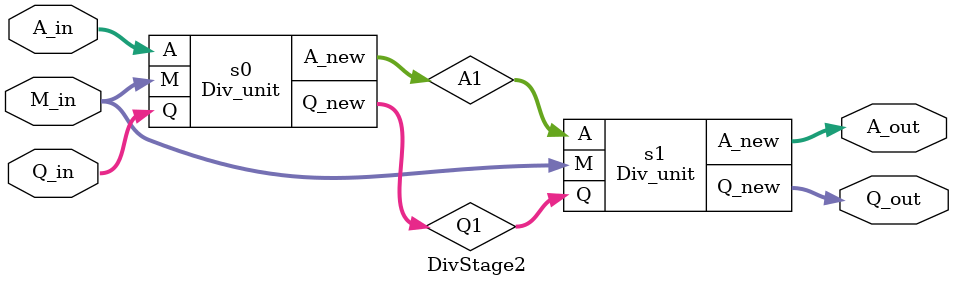
<source format=v>
`timescale 1ns/1ps
module Div_unit #(
    parameter DATA_WIDTH = 32
)(
    input   [DATA_WIDTH:0]      A, M,
    input   [DATA_WIDTH - 1:0]  Q,
    output  [DATA_WIDTH:0]      A_new,
    output  [DATA_WIDTH - 1:0]  Q_new
);
    wire [DATA_WIDTH:0]     A_tmp;
    wire [DATA_WIDTH - 1:0] Q_tmp;

    assign {A_tmp, Q_tmp}   = {A[DATA_WIDTH-1:0], Q, 1'b0};
    assign A_new            = (A_tmp[DATA_WIDTH] ? A_tmp + M : A_tmp - M);
    assign Q_new            = {Q_tmp[DATA_WIDTH-1:1], (~A_new[DATA_WIDTH])};
endmodule

module DivStage2 #(parameter W=32)(
  input  [W:0]     A_in,
  input  [W:0]     M_in,
  input  [W-1:0]   Q_in,
  output [W:0]     A_out,
  output [W-1:0]   Q_out
);
  wire [W:0]    A1;
  wire [W-1:0]  Q1;
  Div_unit s0(.A(A_in), .M(M_in), .Q(Q_in), .A_new(A1),     .Q_new(Q1));
  Div_unit s1(.A(A1),   .M(M_in), .Q(Q1),   .A_new(A_out),  .Q_new(Q_out));
endmodule
</source>
